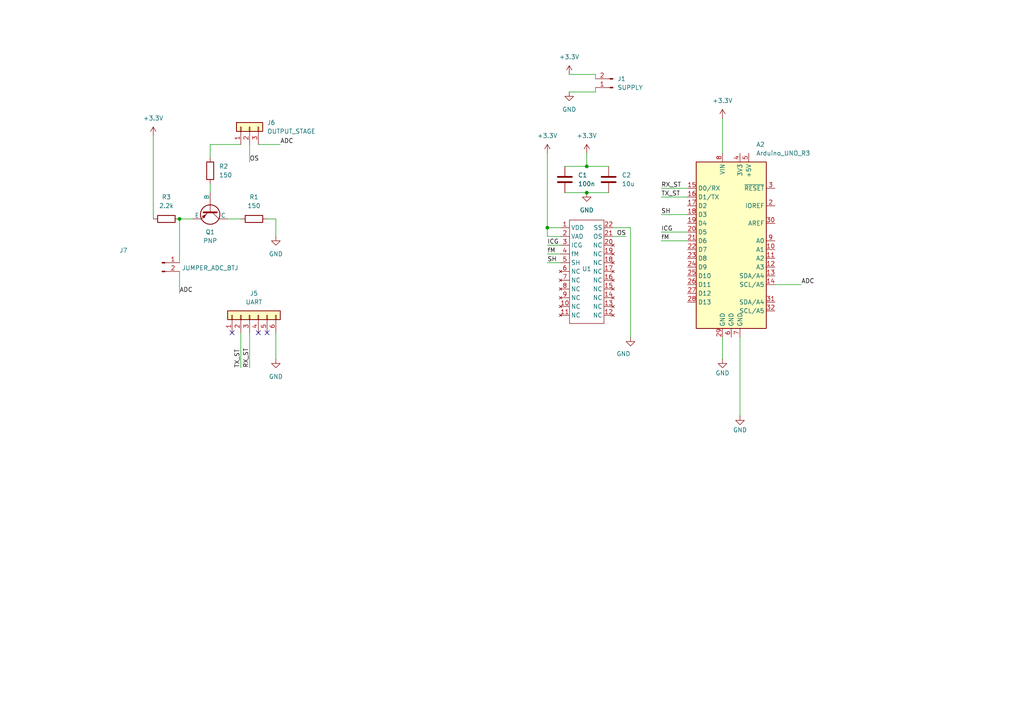
<source format=kicad_sch>
(kicad_sch (version 20250114) (generator "eeschema") (generator_version "9.0")
  (paper "A4")
  (lib_symbols
    (symbol "Conn_01x02_Pin_1" (pin_names (offset 1.016) (hide yes))
      (property "Reference" "J1" (at -1.27 -2.5401 0))
      (property "Value" "Conn_01x02_Pin" (at -1.27 -0.0001 0))
      (symbol "Conn_01x02_Pin_1_1_1"
        (rectangle (start 0.8636 0.127) (end 0 -0.127) (stroke (width 0.1524)) (fill (type outline)))
        (rectangle (start 0.8636 -2.413) (end 0 -2.667) (stroke (width 0.1524)) (fill (type outline)))
        (polyline (pts (xy 1.27 0) (xy 0.8636 0)) (stroke (width 0.1524)))
        (polyline (pts (xy 1.27 -2.54) (xy 0.8636 -2.54)) (stroke (width 0.1524)))
        (pin power_out line (at 5.08 0 180) (length 3.81) (name "Pin_1") (number "1"))
        (pin power_out line (at 5.08 -2.54 180) (length 3.81) (name "Pin_2") (number "2"))
      )
    )
    (symbol "Connector:Conn_01x02_Pin" (pin_names (offset 1.016) (hide yes))
      (property "Reference" "J" (at 0 2.54 0))
      (property "Value" "Conn_01x02_Pin" (at 0 -5.08 0))
      (symbol "Conn_01x02_Pin_1_1"
        (rectangle (start 0.8636 0.127) (end 0 -0.127) (stroke (width 0.1524)) (fill (type outline)))
        (rectangle (start 0.8636 -2.413) (end 0 -2.667) (stroke (width 0.1524)) (fill (type outline)))
        (polyline (pts (xy 1.27 0) (xy 0.8636 0)) (stroke (width 0.1524)))
        (polyline (pts (xy 1.27 -2.54) (xy 0.8636 -2.54)) (stroke (width 0.1524)))
        (pin passive line (at 5.08 0 180) (length 3.81) (name "Pin_1") (number "1"))
        (pin passive line (at 5.08 -2.54 180) (length 3.81) (name "Pin_2") (number "2"))
      )
    )
    (symbol "Connector_Generic:Conn_01x03" (pin_names (offset 1.016) (hide yes))
      (property "Reference" "J" (at 0 5.08 0))
      (property "Value" "Conn_01x03" (at 0 -5.08 0))
      (symbol "Conn_01x03_1_1"
        (rectangle (start -1.27 3.81) (end 1.27 -3.81) (stroke (width 0.254)) (fill (type background)))
        (rectangle (start -1.27 2.667) (end 0 2.413) (stroke (width 0.1524)))
        (rectangle (start -1.27 0.127) (end 0 -0.127) (stroke (width 0.1524)))
        (rectangle (start -1.27 -2.413) (end 0 -2.667) (stroke (width 0.1524)))
        (pin passive line (at -5.08 2.54 0) (length 3.81) (name "Pin_1") (number "1"))
        (pin passive line (at -5.08 0 0) (length 3.81) (name "Pin_2") (number "2"))
        (pin passive line (at -5.08 -2.54 0) (length 3.81) (name "Pin_3") (number "3"))
      )
    )
    (symbol "Connector_Generic:Conn_01x06" (pin_names (offset 1.016) (hide yes))
      (property "Reference" "J" (at 0 7.62 0))
      (property "Value" "Conn_01x06" (at 0 -10.16 0))
      (symbol "Conn_01x06_1_1"
        (rectangle (start -1.27 6.35) (end 1.27 -8.89) (stroke (width 0.254)) (fill (type background)))
        (rectangle (start -1.27 5.207) (end 0 4.953) (stroke (width 0.1524)))
        (rectangle (start -1.27 2.667) (end 0 2.413) (stroke (width 0.1524)))
        (rectangle (start -1.27 0.127) (end 0 -0.127) (stroke (width 0.1524)))
        (rectangle (start -1.27 -2.413) (end 0 -2.667) (stroke (width 0.1524)))
        (rectangle (start -1.27 -4.953) (end 0 -5.207) (stroke (width 0.1524)))
        (rectangle (start -1.27 -7.493) (end 0 -7.747) (stroke (width 0.1524)))
        (pin passive line (at -5.08 5.08 0) (length 3.81) (name "Pin_1") (number "1"))
        (pin passive line (at -5.08 2.54 0) (length 3.81) (name "Pin_2") (number "2"))
        (pin passive line (at -5.08 0 0) (length 3.81) (name "Pin_3") (number "3"))
        (pin passive line (at -5.08 -2.54 0) (length 3.81) (name "Pin_4") (number "4"))
        (pin passive line (at -5.08 -5.08 0) (length 3.81) (name "Pin_5") (number "5"))
        (pin passive line (at -5.08 -7.62 0) (length 3.81) (name "Pin_6") (number "6"))
      )
    )
    (symbol "Device:C" (pin_numbers (hide yes)) (pin_names (offset 0.254))
      (property "Reference" "C" (at 0.635 2.54 0))
      (property "Value" "C" (at 0.635 -2.54 0))
      (symbol "C_0_1"
        (polyline (pts (xy -2.032 0.762) (xy 2.032 0.762)) (stroke (width 0.508)))
        (polyline (pts (xy -2.032 -0.762) (xy 2.032 -0.762)) (stroke (width 0.508)))
      )
      (symbol "C_1_1"
        (pin passive line (at 0 3.81 270) (length 2.794) (name "~") (number "1"))
        (pin passive line (at 0 -3.81 90) (length 2.794) (name "~") (number "2"))
      )
    )
    (symbol "Device:R" (pin_numbers (hide yes)) (pin_names (offset 0))
      (property "Reference" "R" (at 2.032 0 90))
      (property "Value" "R" (at 0 0 90))
      (symbol "R_0_1"
        (rectangle (start -1.016 -2.54) (end 1.016 2.54) (stroke (width 0.254)))
      )
      (symbol "R_1_1"
        (pin passive line (at 0 3.81 270) (length 1.27) (name "~") (number "1"))
        (pin passive line (at 0 -3.81 90) (length 1.27) (name "~") (number "2"))
      )
    )
    (symbol "MCU_Module:Arduino_UNO_R3"
      (property "Reference" "A" (at -10.16 23.495 0))
      (property "Value" "Arduino_UNO_R3" (at 5.08 -26.67 0))
      (symbol "Arduino_UNO_R3_0_1"
        (rectangle (start -10.16 22.86) (end 10.16 -25.4) (stroke (width 0.254)) (fill (type background)))
      )
      (symbol "Arduino_UNO_R3_1_1"
        (pin bidirectional line (at -12.7 15.24 0) (length 2.54) (name "D0/RX") (number "15"))
        (pin bidirectional line (at -12.7 12.7 0) (length 2.54) (name "D1/TX") (number "16"))
        (pin bidirectional line (at -12.7 10.16 0) (length 2.54) (name "D2") (number "17"))
        (pin bidirectional line (at -12.7 7.62 0) (length 2.54) (name "D3") (number "18"))
        (pin bidirectional line (at -12.7 5.08 0) (length 2.54) (name "D4") (number "19"))
        (pin bidirectional line (at -12.7 2.54 0) (length 2.54) (name "D5") (number "20"))
        (pin bidirectional line (at -12.7 0 0) (length 2.54) (name "D6") (number "21"))
        (pin bidirectional line (at -12.7 -2.54 0) (length 2.54) (name "D7") (number "22"))
        (pin bidirectional line (at -12.7 -5.08 0) (length 2.54) (name "D8") (number "23"))
        (pin bidirectional line (at -12.7 -7.62 0) (length 2.54) (name "D9") (number "24"))
        (pin bidirectional line (at -12.7 -10.16 0) (length 2.54) (name "D10") (number "25"))
        (pin bidirectional line (at -12.7 -12.7 0) (length 2.54) (name "D11") (number "26"))
        (pin bidirectional line (at -12.7 -15.24 0) (length 2.54) (name "D12") (number "27"))
        (pin bidirectional line (at -12.7 -17.78 0) (length 2.54) (name "D13") (number "28"))
        (pin no_connect line (at -10.16 -20.32 0) (length 2.54) (hide yes) (name "NC") (number "1"))
        (pin power_in line (at -2.54 25.4 270) (length 2.54) (name "VIN") (number "8"))
        (pin power_in line (at -2.54 -27.94 90) (length 2.54) (name "GND") (number "29"))
        (pin power_in line (at 0 -27.94 90) (length 2.54) (name "GND") (number "6"))
        (pin power_out line (at 2.54 25.4 270) (length 2.54) (name "3V3") (number "4"))
        (pin power_in line (at 2.54 -27.94 90) (length 2.54) (name "GND") (number "7"))
        (pin power_out line (at 5.08 25.4 270) (length 2.54) (name "+5V") (number "5"))
        (pin input line (at 12.7 15.24 180) (length 2.54) (name "~{RESET}") (number "3"))
        (pin output line (at 12.7 10.16 180) (length 2.54) (name "IOREF") (number "2"))
        (pin input line (at 12.7 5.08 180) (length 2.54) (name "AREF") (number "30"))
        (pin bidirectional line (at 12.7 0 180) (length 2.54) (name "A0") (number "9"))
        (pin bidirectional line (at 12.7 -2.54 180) (length 2.54) (name "A1") (number "10"))
        (pin bidirectional line (at 12.7 -5.08 180) (length 2.54) (name "A2") (number "11"))
        (pin bidirectional line (at 12.7 -7.62 180) (length 2.54) (name "A3") (number "12"))
        (pin bidirectional line (at 12.7 -10.16 180) (length 2.54) (name "SDA/A4") (number "13"))
        (pin bidirectional line (at 12.7 -12.7 180) (length 2.54) (name "SCL/A5") (number "14"))
        (pin bidirectional line (at 12.7 -17.78 180) (length 2.54) (name "SDA/A4") (number "31"))
        (pin bidirectional line (at 12.7 -20.32 180) (length 2.54) (name "SCL/A5") (number "32"))
      )
    )
    (symbol "Sensors_Custom:TCD1304"
      (property "Reference" "U1" (at 0 5.842 0))
      (symbol "TCD1304_0_1"
        (rectangle (start -5 20) (end 5 -10))
      )
      (symbol "TCD1304_1_1"
        (pin power_in line (at -7.62 17.78 0) (length 2.54) (name "VDD") (number "1"))
        (pin power_in line (at -7.62 15.24 0) (length 2.54) (name "VAD") (number "2"))
        (pin input line (at -7.62 12.7 0) (length 2.54) (name "ICG") (number "3"))
        (pin input line (at -7.62 10.16 0) (length 2.54) (name "fM") (number "4"))
        (pin input line (at -7.62 7.62 0) (length 2.54) (name "SH") (number "5"))
        (pin no_connect line (at -7.62 5.08 0) (length 2.54) (name "NC") (number "6"))
        (pin no_connect line (at -7.62 2.54 0) (length 2.54) (name "NC") (number "7"))
        (pin no_connect line (at -7.62 0 0) (length 2.54) (name "NC") (number "8"))
        (pin no_connect line (at -7.62 -2.54 0) (length 2.54) (name "NC") (number "9"))
        (pin no_connect line (at -7.62 -5.08 0) (length 2.54) (name "NC") (number "10"))
        (pin no_connect line (at -7.62 -7.62 0) (length 2.54) (name "NC") (number "11"))
        (pin power_in line (at 7.62 17.78 180) (length 2.54) (name "SS") (number "22"))
        (pin output line (at 7.62 15.24 180) (length 2.54) (name "OS") (number "21"))
        (pin no_connect line (at 7.62 12.7 180) (length 2.54) (name "NC") (number "20"))
        (pin no_connect line (at 7.62 10.16 180) (length 2.54) (name "NC") (number "19"))
        (pin no_connect line (at 7.62 7.62 180) (length 2.54) (name "NC") (number "18"))
        (pin no_connect line (at 7.62 5.08 180) (length 2.54) (name "NC") (number "17"))
        (pin no_connect line (at 7.62 2.54 180) (length 2.54) (name "NC") (number "16"))
        (pin no_connect line (at 7.62 0 180) (length 2.54) (name "NC") (number "15"))
        (pin no_connect line (at 7.62 -2.54 180) (length 2.54) (name "NC") (number "14"))
        (pin no_connect line (at 7.62 -5.08 180) (length 2.54) (name "NC") (number "13"))
        (pin no_connect line (at 7.62 -7.62 180) (length 2.54) (name "NC") (number "12"))
      )
    )
    (symbol "Simulation_SPICE:PNP" (pin_numbers (hide yes)) (pin_names (offset 0))
      (property "Reference" "Q" (at -2.54 7.62 0))
      (property "Value" "PNP" (at -2.54 5.08 0))
      (symbol "PNP_0_1"
        (polyline (pts (xy -2.54 0) (xy 0.635 0)) (stroke (width 0.1524)))
        (polyline (pts (xy 0.635 1.905) (xy 0.635 -1.905) (xy 0.635 -1.905)) (stroke (width 0.508)))
        (polyline (pts (xy 0.635 0.635) (xy 2.54 2.54)))
        (polyline (pts (xy 0.635 -0.635) (xy 2.54 -2.54) (xy 2.54 -2.54)))
        (circle (center 1.27 0) (radius 2.8194) (stroke (width 0.254)))
        (polyline (pts (xy 2.286 -1.778) (xy 1.778 -2.286) (xy 1.27 -1.27) (xy 2.286 -1.778) (xy 2.286 -1.778)) (fill (type outline)))
      )
      (symbol "PNP_1_1"
        (pin input line (at -5.08 0 0) (length 2.54) (name "B") (number "2"))
        (pin open_collector line (at 2.54 5.08 270) (length 2.54) (name "C") (number "1"))
        (pin open_emitter line (at 2.54 -5.08 90) (length 2.54) (name "E") (number "3"))
      )
    )
    (symbol "power:+3.3V" (power) (pin_numbers (hide yes)) (pin_names (offset 0) (hide yes))
      (property "Value" "+3.3V" (at 0 3.556 0))
      (symbol "+3.3V_0_1"
        (polyline (pts (xy -0.762 1.27) (xy 0 2.54)))
        (polyline (pts (xy 0 2.54) (xy 0.762 1.27)))
        (polyline (pts (xy 0 0) (xy 0 2.54)))
      )
      (symbol "+3.3V_1_1"
        (pin power_in line (at 0 0 90) (length 0) (name "~") (number "1"))
      )
    )
    (symbol "power:+3V3" (power) (pin_numbers (hide yes)) (pin_names (offset 0) (hide yes))
      (property "Value" "+3V3" (at 0 3.556 0))
      (symbol "+3V3_0_1"
        (polyline (pts (xy -0.762 1.27) (xy 0 2.54)))
        (polyline (pts (xy 0 2.54) (xy 0.762 1.27)))
        (polyline (pts (xy 0 0) (xy 0 2.54)))
      )
      (symbol "+3V3_1_1"
        (pin power_in line (at 0 0 90) (length 0) (name "~") (number "1"))
      )
    )
    (symbol "power:GND" (power) (pin_numbers (hide yes)) (pin_names (offset 0) (hide yes))
      (property "Value" "GND" (at 0 -3.81 0))
      (symbol "GND_0_1"
        (polyline (pts (xy 0 0) (xy 0 -1.27) (xy 1.27 -1.27) (xy 0 -2.54) (xy -1.27 -1.27) (xy 0 -1.27)))
      )
      (symbol "GND_1_1"
        (pin power_in line (at 0 0 270) (length 0) (name "~") (number "1"))
      )
    )
  )
  (junction (at 158.75 66.04))
  (junction (at 52.07 63.5))
  (junction (at 170.18 48.26))
  (junction (at 170.18 55.88))
  (no_connect (at 77.47 96.52))
  (no_connect (at 74.93 96.52))
  (no_connect (at 67.31 96.52))
  (wire (pts (xy 191.77 67.31) (xy 199.39 67.31)))
  (wire (pts (xy 170.18 48.26) (xy 176.53 48.26)))
  (wire (pts (xy 172.72 26.67) (xy 172.72 25.4)))
  (wire (pts (xy 60.96 41.91) (xy 69.85 41.91)))
  (wire (pts (xy 60.96 53.34) (xy 60.96 55.88)))
  (wire (pts (xy 52.07 63.5) (xy 55.88 63.5)))
  (wire (pts (xy 165.1 21.59) (xy 172.72 21.59)))
  (wire (pts (xy 158.75 76.2) (xy 162.56 76.2)))
  (wire (pts (xy 214.63 97.79) (xy 214.63 120.65)))
  (wire (pts (xy 191.77 57.15) (xy 199.39 57.15)))
  (wire (pts (xy 209.55 97.79) (xy 209.55 104.14)))
  (wire (pts (xy 158.75 44.45) (xy 158.75 66.04)))
  (wire (pts (xy 77.47 63.5) (xy 80.01 63.5)))
  (wire (pts (xy 158.75 66.04) (xy 158.75 68.58)))
  (wire (pts (xy 181.61 68.58) (xy 177.8 68.58)))
  (wire (pts (xy 69.85 96.52) (xy 69.85 106.68)))
  (wire (pts (xy 44.45 39.37) (xy 44.45 63.5)))
  (wire (pts (xy 191.77 62.23) (xy 199.39 62.23)))
  (wire (pts (xy 52.07 78.74) (xy 52.07 85.09)))
  (wire (pts (xy 224.79 82.55) (xy 232.41 82.55)))
  (wire (pts (xy 158.75 71.12) (xy 162.56 71.12)))
  (wire (pts (xy 209.55 34.29) (xy 209.55 44.45)))
  (wire (pts (xy 165.1 26.67) (xy 172.72 26.67)))
  (wire (pts (xy 170.18 55.88) (xy 176.53 55.88)))
  (wire (pts (xy 182.88 66.04) (xy 177.8 66.04)))
  (wire (pts (xy 72.39 96.52) (xy 72.39 106.68)))
  (wire (pts (xy 72.39 41.91) (xy 72.39 46.99)))
  (wire (pts (xy 60.96 45.72) (xy 60.96 41.91)))
  (wire (pts (xy 158.75 73.66) (xy 162.56 73.66)))
  (wire (pts (xy 191.77 69.85) (xy 199.39 69.85)))
  (wire (pts (xy 172.72 21.59) (xy 172.72 22.86)))
  (wire (pts (xy 74.93 41.91) (xy 81.28 41.91)))
  (wire (pts (xy 80.01 96.52) (xy 80.01 104.14)))
  (wire (pts (xy 163.83 55.88) (xy 170.18 55.88)))
  (wire (pts (xy 66.04 63.5) (xy 69.85 63.5)))
  (wire (pts (xy 52.07 63.5) (xy 52.07 76.2)))
  (wire (pts (xy 170.18 44.45) (xy 170.18 48.26)))
  (wire (pts (xy 80.01 63.5) (xy 80.01 68.58)))
  (wire (pts (xy 182.88 97.79) (xy 182.88 66.04)))
  (wire (pts (xy 199.39 54.61) (xy 191.77 54.61)))
  (wire (pts (xy 163.83 48.26) (xy 170.18 48.26)))
  (wire (pts (xy 162.56 68.58) (xy 158.75 68.58)))
  (wire (pts (xy 158.75 66.04) (xy 162.56 66.04)))
  (label "SH" (at 158.75 76.2 0))
  (label "OS" (at 181.61 68.58 180))
  (label "RX_ST" (at 191.77 54.61 0))
  (label "ADC" (at 232.41 82.55 0))
  (label "ICG" (at 191.77 67.31 0))
  (label "SH" (at 191.77 62.23 0))
  (label "ADC" (at 52.07 85.09 0))
  (label "TX_ST" (at 69.85 106.68 90))
  (label "ICG" (at 158.75 71.12 0))
  (label "RX_ST" (at 72.39 106.68 90))
  (label "fM" (at 191.77 69.85 0))
  (label "fM" (at 158.75 73.66 0))
  (label "ADC" (at 81.28 41.91 0))
  (label "TX_ST" (at 191.77 57.15 0))
  (label "OS" (at 72.39 46.99 0))
  (symbol (lib_id "Device:C") (at 163.83 52.07 0) (unit 1)
    (property "Reference" "C1" (at 167.64 50.7999 0) (effects (justify left)))
    (property "Value" "100n" (at 167.64 53.3399 0) (effects (justify left)))
    (property "Footprint" "Capacitor_SMD:C_0805_2012Metric_Pad1.18x1.45mm_HandSolder" (effects (hide yes)))
    (property "Description" "Unpolarized capacitor" (effects (hide yes)))
  )
  (symbol (lib_id "power:GND") (at 165.1 26.67 0) (unit 1)
    (property "Reference" "#PWR010" (effects (hide yes)))
    (property "Value" "GND" (at 165.1 31.75 0))
    (property "Description" "Power symbol creates a global label with name \"GND\" , ground" (effects (hide yes)))
  )
  (symbol (lib_id "Sensors_Custom:TCD1304") (at 170.18 83.82 0) (unit 1)
    (property "Reference" "U1" (at 170.18 77.978 0))
    (property "Footprint" "CustomLib:DIP1016W62P254L4160H372Q22N" (effects (hide yes)))
  )
  (symbol (lib_id "power:GND") (at 182.88 97.79 0) (unit 1)
    (property "Reference" "#PWR04" (effects (hide yes)))
    (property "Value" "GND" (at 182.88 102.616 0) (effects (justify right)))
    (property "Description" "Power symbol creates a global label with name \"GND\" , ground" (effects (hide yes)))
  )
  (symbol (lib_id "Connector_Generic:Conn_01x06") (at 72.39 91.44 90) (unit 1)
    (property "Reference" "J5" (at 73.66 85.09 90))
    (property "Value" "UART" (at 73.66 87.63 90))
    (property "Footprint" "Connector_PinHeader_2.54mm:PinHeader_1x06_P2.54mm_Vertical" (effects (hide yes)))
    (property "Description" "Generic connector, single row, 01x06, script generated (kicad-library-utils/schlib/autogen/connector/)" (effects (hide yes)))
  )
  (symbol (lib_id "power:+3.3V") (at 209.55 34.29 0) (unit 1)
    (property "Reference" "#PWR05" (effects (hide yes)))
    (property "Value" "+3.3V" (at 209.55 29.21 0))
    (property "Description" "Power symbol creates a global label with name \"+3.3V\"" (effects (hide yes)))
  )
  (symbol (lib_id "MCU_Module:Arduino_UNO_R3") (at 212.09 69.85 0) (unit 1)
    (property "Reference" "A2" (at 219.3133 41.91 0) (effects (justify left)))
    (property "Value" "Arduino_UNO_R3" (at 219.3133 44.45 0) (effects (justify left)))
    (property "Footprint" "Module:Arduino_UNO_R3" (effects (hide yes)))
    (property "Datasheet" "https://www.arduino.cc/en/Main/arduinoBoardUno" (effects (hide yes)))
    (property "Description" "Arduino UNO Microcontroller Module, release 3" (effects (hide yes)))
  )
  (symbol (lib_id "power:GND") (at 214.63 120.65 0) (unit 1)
    (property "Reference" "#PWR06" (effects (hide yes)))
    (property "Value" "GND" (at 214.63 124.714 0))
    (property "Description" "Power symbol creates a global label with name \"GND\" , ground" (effects (hide yes)))
  )
  (symbol (lib_id "Connector:Conn_01x02_Pin") (at 46.99 76.2 0) (unit 1)
    (property "Reference" "J7" (at 35.814 72.644 0))
    (property "Value" "JUMPER_ADC_BTJ" (at 60.96 77.724 0))
    (property "Footprint" "Connector_PinHeader_2.54mm:PinHeader_1x02_P2.54mm_Vertical" (effects (hide yes)))
    (property "Description" "Generic connector, single row, 01x02, script generated" (effects (hide yes)))
  )
  (symbol (lib_id "Device:R") (at 60.96 49.53 0) (unit 1)
    (property "Reference" "R2" (at 63.5 48.2599 0) (effects (justify left)))
    (property "Value" "150" (at 63.5 50.7999 0) (effects (justify left)))
    (property "Footprint" "Resistor_SMD:R_0805_2012Metric_Pad1.20x1.40mm_HandSolder" (effects (hide yes)))
    (property "Description" "Resistor" (effects (hide yes)))
  )
  (symbol (lib_id "power:GND") (at 80.01 68.58 0) (unit 1)
    (property "Reference" "#PWR08" (effects (hide yes)))
    (property "Value" "GND" (at 80.01 73.66 0))
    (property "Description" "Power symbol creates a global label with name \"GND\" , ground" (effects (hide yes)))
  )
  (symbol (lib_id "Connector_Generic:Conn_01x03") (at 72.39 36.83 90) (unit 1)
    (property "Reference" "J6" (at 77.47 35.5599 90) (effects (justify right)))
    (property "Value" "OUTPUT_STAGE" (at 77.47 38.0999 90) (effects (justify right)))
    (property "Footprint" "Connector_PinHeader_2.54mm:PinHeader_1x03_P2.54mm_Vertical" (effects (hide yes)))
    (property "Description" "Generic connector, single row, 01x03, script generated (kicad-library-utils/schlib/autogen/connector/)" (effects (hide yes)))
  )
  (symbol (lib_id "power:+3.3V") (at 44.45 39.37 0) (unit 1)
    (property "Reference" "#PWR012" (effects (hide yes)))
    (property "Value" "+3.3V" (at 44.45 34.29 0))
    (property "Description" "Power symbol creates a global label with name \"+3.3V\"" (effects (hide yes)))
  )
  (symbol (lib_name "Conn_01x02_Pin_1") (lib_id "Connector:Conn_01x02_Pin") (at 177.8 25.4 180) (unit 1)
    (property "Reference" "J1" (at 179.07 22.8599 0) (effects (justify right)))
    (property "Value" "SUPPLY" (at 179.07 25.3999 0) (effects (justify right)))
    (property "Footprint" "Connector_PinHeader_2.54mm:PinHeader_1x02_P2.54mm_Vertical" (effects (hide yes)))
    (property "Description" "Generic connector, single row, 01x02, script generated" (effects (hide yes)))
  )
  (symbol (lib_id "power:+3V3") (at 165.1 21.59 0) (unit 1)
    (property "Reference" "#PWR09" (effects (hide yes)))
    (property "Value" "+3.3V" (at 165.1 16.51 0))
    (property "Description" "Power symbol creates a global label with name \"+3V3\"" (effects (hide yes)))
  )
  (symbol (lib_id "power:GND") (at 80.01 104.14 0) (unit 1)
    (property "Reference" "#PWR07" (effects (hide yes)))
    (property "Value" "GND" (at 80.01 109.22 0))
    (property "Description" "Power symbol creates a global label with name \"GND\" , ground" (effects (hide yes)))
  )
  (symbol (lib_id "power:GND") (at 170.18 55.88 0) (unit 1)
    (property "Reference" "#PWR02" (effects (hide yes)))
    (property "Value" "GND" (at 170.18 60.96 0))
    (property "Description" "Power symbol creates a global label with name \"GND\" , ground" (effects (hide yes)))
  )
  (symbol (lib_id "Device:C") (at 176.53 52.07 0) (unit 1)
    (property "Reference" "C2" (at 180.34 50.7999 0) (effects (justify left)))
    (property "Value" "10u" (at 180.34 53.3399 0) (effects (justify left)))
    (property "Footprint" "Capacitor_SMD:C_0805_2012Metric_Pad1.18x1.45mm_HandSolder" (effects (hide yes)))
    (property "Description" "Unpolarized capacitor" (effects (hide yes)))
  )
  (symbol (lib_id "power:+3.3V") (at 158.75 44.45 0) (unit 1)
    (property "Reference" "#PWR03" (effects (hide yes)))
    (property "Value" "+3.3V" (at 158.75 39.37 0))
    (property "Description" "Power symbol creates a global label with name \"+3.3V\"" (effects (hide yes)))
  )
  (symbol (lib_id "power:GND") (at 209.55 104.14 0) (unit 1)
    (property "Reference" "#PWR011" (effects (hide yes)))
    (property "Value" "GND" (at 209.55 108.204 0))
    (property "Description" "Power symbol creates a global label with name \"GND\" , ground" (effects (hide yes)))
  )
  (symbol (lib_id "Simulation_SPICE:PNP") (at 60.96 60.96 270) (unit 1)
    (property "Reference" "Q1" (at 60.96 67.31 90))
    (property "Value" "PNP" (at 60.96 69.85 90))
    (property "Footprint" "CustomLib:TO18" (effects (hide yes)))
    (property "Datasheet" "https://ngspice.sourceforge.io/docs/ngspice-html-manual/manual.xhtml#cha_BJTs" (effects (hide yes)))
    (property "Description" "Bipolar transistor symbol for simulation only, substrate tied to the emitter" (effects (hide yes)))
    (property "Sim.Device" "PNP" (effects (hide yes)))
    (property "Sim.Type" "GUMMELPOON" (effects (hide yes)))
    (property "Sim.Pins" "1=C 2=B 3=E" (effects (hide yes)))
  )
  (symbol (lib_id "Device:R") (at 73.66 63.5 90) (unit 1)
    (property "Reference" "R1" (at 73.66 57.15 90))
    (property "Value" "150" (at 73.66 59.69 90))
    (property "Footprint" "Resistor_SMD:R_0805_2012Metric_Pad1.20x1.40mm_HandSolder" (effects (hide yes)))
    (property "Description" "Resistor" (effects (hide yes)))
  )
  (symbol (lib_id "Device:R") (at 48.26 63.5 90) (unit 1)
    (property "Reference" "R3" (at 48.26 57.15 90))
    (property "Value" "2.2k" (at 48.26 59.69 90))
    (property "Footprint" "Resistor_SMD:R_0805_2012Metric_Pad1.20x1.40mm_HandSolder" (effects (hide yes)))
    (property "Description" "Resistor" (effects (hide yes)))
  )
  (symbol (lib_id "power:+3.3V") (at 170.18 44.45 0) (unit 1)
    (property "Reference" "#PWR01" (effects (hide yes)))
    (property "Value" "+3.3V" (at 170.18 39.37 0))
    (property "Description" "Power symbol creates a global label with name \"+3.3V\"" (effects (hide yes)))
  )
)
</source>
